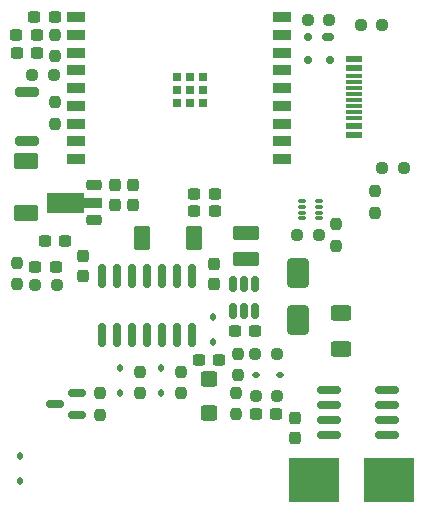
<source format=gbr>
%TF.GenerationSoftware,KiCad,Pcbnew,8.0.6*%
%TF.CreationDate,2024-11-14T14:47:25+01:00*%
%TF.ProjectId,TwinkleTron,5477696e-6b6c-4655-9472-6f6e2e6b6963,rev?*%
%TF.SameCoordinates,Original*%
%TF.FileFunction,Paste,Top*%
%TF.FilePolarity,Positive*%
%FSLAX46Y46*%
G04 Gerber Fmt 4.6, Leading zero omitted, Abs format (unit mm)*
G04 Created by KiCad (PCBNEW 8.0.6) date 2024-11-14 14:47:25*
%MOMM*%
%LPD*%
G01*
G04 APERTURE LIST*
G04 Aperture macros list*
%AMRoundRect*
0 Rectangle with rounded corners*
0 $1 Rounding radius*
0 $2 $3 $4 $5 $6 $7 $8 $9 X,Y pos of 4 corners*
0 Add a 4 corners polygon primitive as box body*
4,1,4,$2,$3,$4,$5,$6,$7,$8,$9,$2,$3,0*
0 Add four circle primitives for the rounded corners*
1,1,$1+$1,$2,$3*
1,1,$1+$1,$4,$5*
1,1,$1+$1,$6,$7*
1,1,$1+$1,$8,$9*
0 Add four rect primitives between the rounded corners*
20,1,$1+$1,$2,$3,$4,$5,0*
20,1,$1+$1,$4,$5,$6,$7,0*
20,1,$1+$1,$6,$7,$8,$9,0*
20,1,$1+$1,$8,$9,$2,$3,0*%
%AMFreePoly0*
4,1,9,3.862500,-0.866500,0.737500,-0.866500,0.737500,-0.450000,-0.737500,-0.450000,-0.737500,0.450000,0.737500,0.450000,0.737500,0.866500,3.862500,0.866500,3.862500,-0.866500,3.862500,-0.866500,$1*%
G04 Aperture macros list end*
%ADD10RoundRect,0.237500X0.237500X-0.250000X0.237500X0.250000X-0.237500X0.250000X-0.237500X-0.250000X0*%
%ADD11RoundRect,0.237500X-0.237500X0.250000X-0.237500X-0.250000X0.237500X-0.250000X0.237500X0.250000X0*%
%ADD12RoundRect,0.237500X0.250000X0.237500X-0.250000X0.237500X-0.250000X-0.237500X0.250000X-0.237500X0*%
%ADD13RoundRect,0.112500X0.112500X-0.187500X0.112500X0.187500X-0.112500X0.187500X-0.112500X-0.187500X0*%
%ADD14RoundRect,0.050000X-0.285000X-0.100000X0.285000X-0.100000X0.285000X0.100000X-0.285000X0.100000X0*%
%ADD15RoundRect,0.237500X0.237500X-0.300000X0.237500X0.300000X-0.237500X0.300000X-0.237500X-0.300000X0*%
%ADD16RoundRect,0.237500X-0.300000X-0.237500X0.300000X-0.237500X0.300000X0.237500X-0.300000X0.237500X0*%
%ADD17RoundRect,0.237500X-0.237500X0.300000X-0.237500X-0.300000X0.237500X-0.300000X0.237500X0.300000X0*%
%ADD18RoundRect,0.150000X0.150000X-0.512500X0.150000X0.512500X-0.150000X0.512500X-0.150000X-0.512500X0*%
%ADD19RoundRect,0.175000X-0.325000X0.175000X-0.325000X-0.175000X0.325000X-0.175000X0.325000X0.175000X0*%
%ADD20RoundRect,0.150000X-0.150000X0.200000X-0.150000X-0.200000X0.150000X-0.200000X0.150000X0.200000X0*%
%ADD21RoundRect,0.237500X-0.250000X-0.237500X0.250000X-0.237500X0.250000X0.237500X-0.250000X0.237500X0*%
%ADD22RoundRect,0.250000X0.800000X-0.450000X0.800000X0.450000X-0.800000X0.450000X-0.800000X-0.450000X0*%
%ADD23RoundRect,0.225000X0.425000X0.225000X-0.425000X0.225000X-0.425000X-0.225000X0.425000X-0.225000X0*%
%ADD24FreePoly0,180.000000*%
%ADD25RoundRect,0.150000X0.587500X0.150000X-0.587500X0.150000X-0.587500X-0.150000X0.587500X-0.150000X0*%
%ADD26RoundRect,0.237500X0.300000X0.237500X-0.300000X0.237500X-0.300000X-0.237500X0.300000X-0.237500X0*%
%ADD27RoundRect,0.250000X0.450000X-0.400000X0.450000X0.400000X-0.450000X0.400000X-0.450000X-0.400000X0*%
%ADD28RoundRect,0.250000X-0.450000X-0.800000X0.450000X-0.800000X0.450000X0.800000X-0.450000X0.800000X0*%
%ADD29RoundRect,0.150000X0.150000X-0.825000X0.150000X0.825000X-0.150000X0.825000X-0.150000X-0.825000X0*%
%ADD30RoundRect,0.150000X0.825000X0.150000X-0.825000X0.150000X-0.825000X-0.150000X0.825000X-0.150000X0*%
%ADD31R,0.700000X0.700000*%
%ADD32R,1.500000X0.900000*%
%ADD33R,4.240000X3.810000*%
%ADD34R,1.450000X0.600000*%
%ADD35R,1.450000X0.300000*%
%ADD36RoundRect,0.250000X0.625000X-0.400000X0.625000X0.400000X-0.625000X0.400000X-0.625000X-0.400000X0*%
%ADD37RoundRect,0.112500X-0.187500X-0.112500X0.187500X-0.112500X0.187500X0.112500X-0.187500X0.112500X0*%
%ADD38RoundRect,0.250000X0.650000X-1.000000X0.650000X1.000000X-0.650000X1.000000X-0.650000X-1.000000X0*%
%ADD39RoundRect,0.200000X-0.800000X0.200000X-0.800000X-0.200000X0.800000X-0.200000X0.800000X0.200000X0*%
%ADD40RoundRect,0.250000X0.850000X-0.375000X0.850000X0.375000X-0.850000X0.375000X-0.850000X-0.375000X0*%
G04 APERTURE END LIST*
D10*
%TO.C,R10*%
X19900000Y-41070000D03*
X19900000Y-39245000D03*
%TD*%
D11*
%TO.C,R15*%
X11750000Y-37450000D03*
X11750000Y-39275000D03*
%TD*%
D12*
%TO.C,R4*%
X27800000Y-7700000D03*
X25975000Y-7700000D03*
%TD*%
D13*
%TO.C,D5*%
X17930000Y-34970000D03*
X17930000Y-32870000D03*
%TD*%
D14*
%TO.C,U7*%
X25460000Y-22990000D03*
X25460000Y-23490000D03*
X25460000Y-23990000D03*
X25460000Y-24490000D03*
X26940000Y-24490000D03*
X26940000Y-23990000D03*
X26940000Y-23490000D03*
X26940000Y-22990000D03*
%TD*%
D15*
%TO.C,C8*%
X24910000Y-43072500D03*
X24910000Y-41347500D03*
%TD*%
D16*
%TO.C,C2*%
X1325000Y-8950000D03*
X3050000Y-8950000D03*
%TD*%
D11*
%TO.C,R5*%
X4620000Y-14627500D03*
X4620000Y-16452500D03*
%TD*%
%TO.C,R7*%
X1400000Y-28250000D03*
X1400000Y-30075000D03*
%TD*%
D17*
%TO.C,C16*%
X11170000Y-21647500D03*
X11170000Y-23372500D03*
%TD*%
D18*
%TO.C,U4*%
X19650000Y-32310000D03*
X20600000Y-32310000D03*
X21550000Y-32310000D03*
X21550000Y-30035000D03*
X20600000Y-30035000D03*
X19650000Y-30035000D03*
%TD*%
D12*
%TO.C,R13*%
X26940000Y-25870000D03*
X25115000Y-25870000D03*
%TD*%
D10*
%TO.C,R16*%
X28410000Y-26812500D03*
X28410000Y-24987500D03*
%TD*%
D19*
%TO.C,D1*%
X27712500Y-9100000D03*
D20*
X26012500Y-9100000D03*
X26012500Y-11100000D03*
X27912500Y-11100000D03*
%TD*%
D21*
%TO.C,R2*%
X30487500Y-8100000D03*
X32312500Y-8100000D03*
%TD*%
D22*
%TO.C,D10*%
X2170000Y-24007500D03*
X2170000Y-19607500D03*
%TD*%
D13*
%TO.C,D6*%
X13550000Y-39275000D03*
X13550000Y-37175000D03*
%TD*%
D23*
%TO.C,U8*%
X7870000Y-24640000D03*
D24*
X7782500Y-23140000D03*
D23*
X7870000Y-21640000D03*
%TD*%
D25*
%TO.C,Q1*%
X6437500Y-41130000D03*
X6437500Y-39230000D03*
X4562500Y-40180000D03*
%TD*%
D10*
%TO.C,R14*%
X15250000Y-39275000D03*
X15250000Y-37450000D03*
%TD*%
D26*
%TO.C,C6*%
X21542500Y-34017500D03*
X19817500Y-34017500D03*
%TD*%
D17*
%TO.C,C10*%
X7000000Y-27675000D03*
X7000000Y-29400000D03*
%TD*%
D27*
%TO.C,D9*%
X17650000Y-41000000D03*
X17650000Y-38100000D03*
%TD*%
D28*
%TO.C,D8*%
X11950000Y-26120000D03*
X16350000Y-26120000D03*
%TD*%
D11*
%TO.C,R12*%
X31650000Y-22175000D03*
X31650000Y-24000000D03*
%TD*%
D29*
%TO.C,U6*%
X8540000Y-34350000D03*
X9810000Y-34350000D03*
X11080000Y-34350000D03*
X12350000Y-34350000D03*
X13620000Y-34350000D03*
X14890000Y-34350000D03*
X16160000Y-34350000D03*
X16160000Y-29400000D03*
X14890000Y-29400000D03*
X13620000Y-29400000D03*
X12350000Y-29400000D03*
X11080000Y-29400000D03*
X9810000Y-29400000D03*
X8540000Y-29400000D03*
%TD*%
D12*
%TO.C,R17*%
X23352500Y-35940000D03*
X21527500Y-35940000D03*
%TD*%
D15*
%TO.C,C9*%
X18050000Y-30035000D03*
X18050000Y-28310000D03*
%TD*%
D30*
%TO.C,U5*%
X32725000Y-42800000D03*
X32725000Y-41530000D03*
X32725000Y-40260000D03*
X32725000Y-38990000D03*
X27775000Y-38990000D03*
X27775000Y-40260000D03*
X27775000Y-41530000D03*
X27775000Y-42800000D03*
%TD*%
D26*
%TO.C,C14*%
X18512500Y-36460000D03*
X16787500Y-36460000D03*
%TD*%
D11*
%TO.C,R18*%
X20050000Y-35937500D03*
X20050000Y-37762500D03*
%TD*%
D17*
%TO.C,C15*%
X9670000Y-21647500D03*
X9670000Y-23372500D03*
%TD*%
D31*
%TO.C,U1*%
X14960000Y-12550000D03*
X14960000Y-13650000D03*
X14960000Y-14750000D03*
X16060000Y-12550000D03*
X16060000Y-13650000D03*
X16060000Y-14750000D03*
X17160000Y-12550000D03*
X17160000Y-13650000D03*
X17160000Y-14750000D03*
D32*
X6350000Y-7450000D03*
X6350000Y-8950000D03*
X6350000Y-10450000D03*
X6350000Y-11950000D03*
X6350000Y-13450000D03*
X6350000Y-14950000D03*
X6350000Y-16450000D03*
X6350000Y-17950000D03*
X6350000Y-19450000D03*
X23850000Y-19450000D03*
X23850000Y-17950000D03*
X23850000Y-16450000D03*
X23850000Y-14950000D03*
X23850000Y-13450000D03*
X23850000Y-11950000D03*
X23850000Y-10450000D03*
X23850000Y-8950000D03*
X23850000Y-7450000D03*
%TD*%
D10*
%TO.C,R9*%
X8362500Y-41130000D03*
X8362500Y-39305000D03*
%TD*%
D26*
%TO.C,C13*%
X18112500Y-22390000D03*
X16387500Y-22390000D03*
%TD*%
D12*
%TO.C,R1*%
X34112500Y-20250000D03*
X32287500Y-20250000D03*
%TD*%
D13*
%TO.C,D2*%
X1600000Y-46690000D03*
X1600000Y-44590000D03*
%TD*%
D26*
%TO.C,C12*%
X18112500Y-23850000D03*
X16387500Y-23850000D03*
%TD*%
D33*
%TO.C,F2*%
X26480000Y-46650000D03*
X32850000Y-46650000D03*
%TD*%
D34*
%TO.C,J1*%
X29905000Y-17450000D03*
X29905000Y-16650000D03*
D35*
X29905000Y-15450000D03*
X29905000Y-14450000D03*
X29905000Y-13950000D03*
X29905000Y-12950000D03*
D34*
X29905000Y-11750000D03*
X29905000Y-10950000D03*
X29905000Y-10950000D03*
X29905000Y-11750000D03*
D35*
X29905000Y-12450000D03*
X29905000Y-13450000D03*
X29905000Y-14950000D03*
X29905000Y-15950000D03*
D34*
X29905000Y-16650000D03*
X29905000Y-17450000D03*
%TD*%
D36*
%TO.C,F1*%
X28780000Y-35580000D03*
X28780000Y-32480000D03*
%TD*%
D37*
%TO.C,D4*%
X21580000Y-37720000D03*
X23680000Y-37720000D03*
%TD*%
D38*
%TO.C,D3*%
X25160000Y-33070000D03*
X25160000Y-29070000D03*
%TD*%
D13*
%TO.C,D7*%
X10050000Y-39275000D03*
X10050000Y-37175000D03*
%TD*%
D26*
%TO.C,C17*%
X5462500Y-26400000D03*
X3737500Y-26400000D03*
%TD*%
D16*
%TO.C,C5*%
X21580000Y-41070000D03*
X23305000Y-41070000D03*
%TD*%
%TO.C,C3*%
X2920000Y-28595000D03*
X4645000Y-28595000D03*
%TD*%
D10*
%TO.C,R6*%
X4600000Y-10775000D03*
X4600000Y-8950000D03*
%TD*%
D16*
%TO.C,C1*%
X1337500Y-10520000D03*
X3062500Y-10520000D03*
%TD*%
D39*
%TO.C,SW1*%
X2190000Y-13750000D03*
X2190000Y-17950000D03*
%TD*%
D16*
%TO.C,C4*%
X2837500Y-7450000D03*
X4562500Y-7450000D03*
%TD*%
D40*
%TO.C,L1*%
X20750000Y-27895000D03*
X20750000Y-25745000D03*
%TD*%
D12*
%TO.C,R3*%
X4502500Y-12350000D03*
X2677500Y-12350000D03*
%TD*%
D21*
%TO.C,R8*%
X2920000Y-30085000D03*
X4745000Y-30085000D03*
%TD*%
D12*
%TO.C,R11*%
X23405000Y-39500000D03*
X21580000Y-39500000D03*
%TD*%
M02*

</source>
